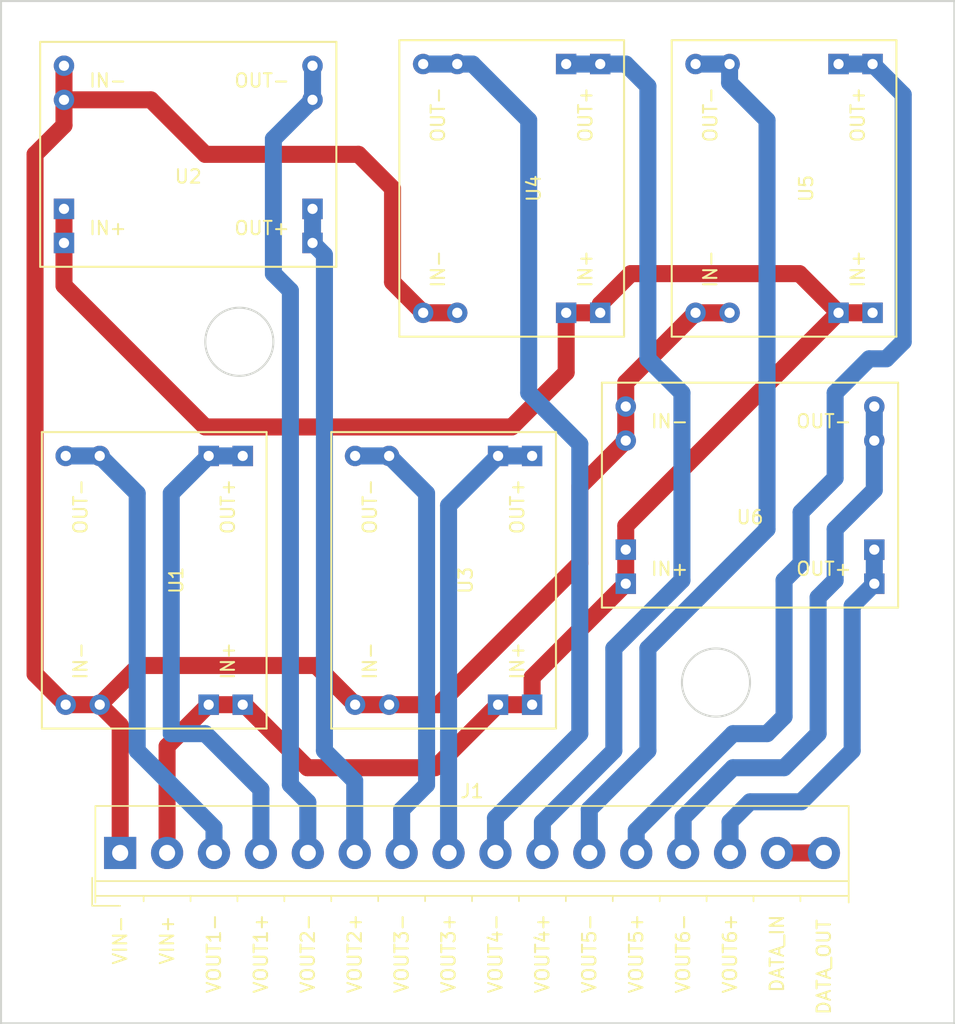
<source format=kicad_pcb>
(kicad_pcb (version 4) (host pcbnew 4.0.7)

  (general
    (links 49)
    (no_connects 0)
    (area 101.524999 50.724999 172.795001 127.075001)
    (thickness 1.6)
    (drawings 6)
    (tracks 144)
    (zones 0)
    (modules 7)
    (nets 16)
  )

  (page A4)
  (layers
    (0 F.Cu signal)
    (31 B.Cu signal)
    (32 B.Adhes user)
    (33 F.Adhes user)
    (34 B.Paste user)
    (35 F.Paste user)
    (36 B.SilkS user)
    (37 F.SilkS user)
    (38 B.Mask user)
    (39 F.Mask user)
    (40 Dwgs.User user)
    (41 Cmts.User user)
    (42 Eco1.User user)
    (43 Eco2.User user)
    (44 Edge.Cuts user)
    (45 Margin user)
    (46 B.CrtYd user)
    (47 F.CrtYd user)
    (48 B.Fab user)
    (49 F.Fab user)
  )

  (setup
    (last_trace_width 1.27)
    (trace_clearance 0.254)
    (zone_clearance 0.508)
    (zone_45_only no)
    (trace_min 0.2)
    (segment_width 0.2)
    (edge_width 0.15)
    (via_size 0.6)
    (via_drill 0.4)
    (via_min_size 0.4)
    (via_min_drill 0.3)
    (uvia_size 0.3)
    (uvia_drill 0.1)
    (uvias_allowed no)
    (uvia_min_size 0.2)
    (uvia_min_drill 0.1)
    (pcb_text_width 0.3)
    (pcb_text_size 1.5 1.5)
    (mod_edge_width 0.15)
    (mod_text_size 1 1)
    (mod_text_width 0.15)
    (pad_size 1.524 1.524)
    (pad_drill 0.762)
    (pad_to_mask_clearance 0.2)
    (aux_axis_origin 0 0)
    (grid_origin 102.87 109.22)
    (visible_elements FFFFFF7F)
    (pcbplotparams
      (layerselection 0x010e0_80000001)
      (usegerberextensions false)
      (excludeedgelayer true)
      (linewidth 0.100000)
      (plotframeref false)
      (viasonmask false)
      (mode 1)
      (useauxorigin false)
      (hpglpennumber 1)
      (hpglpenspeed 20)
      (hpglpendiameter 15)
      (hpglpenoverlay 2)
      (psnegative false)
      (psa4output false)
      (plotreference true)
      (plotvalue true)
      (plotinvisibletext false)
      (padsonsilk false)
      (subtractmaskfromsilk false)
      (outputformat 1)
      (mirror false)
      (drillshape 0)
      (scaleselection 1)
      (outputdirectory ""))
  )

  (net 0 "")
  (net 1 "Net-(J1-Pad1)")
  (net 2 "Net-(J1-Pad2)")
  (net 3 "Net-(J1-Pad3)")
  (net 4 "Net-(J1-Pad4)")
  (net 5 "Net-(J1-Pad5)")
  (net 6 "Net-(J1-Pad6)")
  (net 7 "Net-(J1-Pad7)")
  (net 8 "Net-(J1-Pad8)")
  (net 9 "Net-(J1-Pad9)")
  (net 10 "Net-(J1-Pad10)")
  (net 11 "Net-(J1-Pad11)")
  (net 12 "Net-(J1-Pad12)")
  (net 13 "Net-(J1-Pad13)")
  (net 14 "Net-(J1-Pad14)")
  (net 15 "Net-(J1-Pad15)")

  (net_class Default "This is the default net class."
    (clearance 0.254)
    (trace_width 1.27)
    (via_dia 0.6)
    (via_drill 0.4)
    (uvia_dia 0.3)
    (uvia_drill 0.1)
    (add_net "Net-(J1-Pad1)")
    (add_net "Net-(J1-Pad10)")
    (add_net "Net-(J1-Pad11)")
    (add_net "Net-(J1-Pad12)")
    (add_net "Net-(J1-Pad13)")
    (add_net "Net-(J1-Pad14)")
    (add_net "Net-(J1-Pad15)")
    (add_net "Net-(J1-Pad2)")
    (add_net "Net-(J1-Pad3)")
    (add_net "Net-(J1-Pad4)")
    (add_net "Net-(J1-Pad5)")
    (add_net "Net-(J1-Pad6)")
    (add_net "Net-(J1-Pad7)")
    (add_net "Net-(J1-Pad8)")
    (add_net "Net-(J1-Pad9)")
  )

  (module footprints:TerminalBlock_4UCON_19963_16x3.5mm_Straight_MOD (layer F.Cu) (tedit 59CFF477) (tstamp 59D001C1)
    (at 110.49 114.3)
    (descr "16-way 3.5mm pitch terminal block, https://cdn-shop.adafruit.com/datasheets/19963.pdf")
    (tags "screw terminal block")
    (path /59CFBC18)
    (fp_text reference J1 (at 26.25 -4.6) (layer F.SilkS)
      (effects (font (size 1 1) (thickness 0.15)))
    )
    (fp_text value Screw_Terminal_01x16 (at 24.5 -7) (layer F.Fab)
      (effects (font (size 1 1) (thickness 0.15)))
    )
    (fp_text user VOUT5+ (at 38.5 7.5 90) (layer F.SilkS)
      (effects (font (size 1 1) (thickness 0.15)))
    )
    (fp_text user VOUT5- (at 35 7.5 90) (layer F.SilkS)
      (effects (font (size 1 1) (thickness 0.15)))
    )
    (fp_text user VOUT6- (at 42 7.5 90) (layer F.SilkS)
      (effects (font (size 1 1) (thickness 0.15)))
    )
    (fp_text user VOUT6+ (at 45.5 7.5 90) (layer F.SilkS)
      (effects (font (size 1 1) (thickness 0.15)))
    )
    (fp_text user DATA_IN (at 49 7.5 90) (layer F.SilkS)
      (effects (font (size 1 1) (thickness 0.15)))
    )
    (fp_text user DATA_OUT (at 52.5 8.5 90) (layer F.SilkS)
      (effects (font (size 1 1) (thickness 0.15)))
    )
    (fp_text user VOUT3+ (at 24.5 7.5 90) (layer F.SilkS)
      (effects (font (size 1 1) (thickness 0.15)))
    )
    (fp_text user VOUT3- (at 21 7.5 90) (layer F.SilkS)
      (effects (font (size 1 1) (thickness 0.15)))
    )
    (fp_text user VOUT4- (at 28 7.5 90) (layer F.SilkS)
      (effects (font (size 1 1) (thickness 0.15)))
    )
    (fp_text user VOUT4+ (at 31.5 7.5 90) (layer F.SilkS)
      (effects (font (size 1 1) (thickness 0.15)))
    )
    (fp_text user VOUT2+ (at 17.5 7.5 90) (layer F.SilkS)
      (effects (font (size 1 1) (thickness 0.15)))
    )
    (fp_text user VOUT2- (at 14 7.5 90) (layer F.SilkS)
      (effects (font (size 1 1) (thickness 0.15)))
    )
    (fp_text user VOUT1- (at 7 7.5 90) (layer F.SilkS)
      (effects (font (size 1 1) (thickness 0.15)))
    )
    (fp_text user VOUT1+ (at 10.5 7.5 90) (layer F.SilkS)
      (effects (font (size 1 1) (thickness 0.15)))
    )
    (fp_text user VIN+ (at 3.5 6.5 90) (layer F.SilkS)
      (effects (font (size 1 1) (thickness 0.15)))
    )
    (fp_text user VIN- (at 0 6.5 90) (layer F.SilkS)
      (effects (font (size 1 1) (thickness 0.15)))
    )
    (fp_line (start -2.25 -3.9) (end -2.25 4.1) (layer F.CrtYd) (width 0.05))
    (fp_line (start -2.25 4.1) (end 54.75 4.1) (layer F.CrtYd) (width 0.05))
    (fp_line (start 54.75 4.1) (end 54.75 -3.9) (layer F.CrtYd) (width 0.05))
    (fp_line (start 54.75 -3.9) (end -2.25 -3.9) (layer F.CrtYd) (width 0.05))
    (fp_line (start -1.75 2.1) (end 54.25 2.1) (layer F.Fab) (width 0.1))
    (fp_line (start -1.75 3.2) (end 54.25 3.2) (layer F.Fab) (width 0.1))
    (fp_line (start -1.75 3.6) (end -1.75 -3.4) (layer F.Fab) (width 0.1))
    (fp_line (start -1.75 -3.4) (end 54.25 -3.4) (layer F.Fab) (width 0.1))
    (fp_line (start 54.25 -3.4) (end 54.25 3.6) (layer F.Fab) (width 0.1))
    (fp_line (start 1.75 3.2) (end 1.75 3.6) (layer F.Fab) (width 0.1))
    (fp_line (start 5.25 3.2) (end 5.25 3.6) (layer F.Fab) (width 0.1))
    (fp_line (start 8.75 3.2) (end 8.75 3.6) (layer F.Fab) (width 0.1))
    (fp_line (start 12.25 3.2) (end 12.25 3.6) (layer F.Fab) (width 0.1))
    (fp_line (start 15.75 3.2) (end 15.75 3.6) (layer F.Fab) (width 0.1))
    (fp_line (start 19.25 3.2) (end 19.25 3.6) (layer F.Fab) (width 0.1))
    (fp_line (start 22.75 3.2) (end 22.75 3.6) (layer F.Fab) (width 0.1))
    (fp_line (start 26.25 3.2) (end 26.25 3.6) (layer F.Fab) (width 0.1))
    (fp_line (start 29.75 3.2) (end 29.75 3.6) (layer F.Fab) (width 0.1))
    (fp_line (start 33.25 3.2) (end 33.25 3.6) (layer F.Fab) (width 0.1))
    (fp_line (start 36.75 3.2) (end 36.75 3.6) (layer F.Fab) (width 0.1))
    (fp_line (start 40.25 3.2) (end 40.25 3.6) (layer F.Fab) (width 0.1))
    (fp_line (start 43.75 3.2) (end 43.75 3.6) (layer F.Fab) (width 0.1))
    (fp_line (start 47.25 3.2) (end 47.25 3.6) (layer F.Fab) (width 0.1))
    (fp_line (start 50.75 3.2) (end 50.75 3.6) (layer F.Fab) (width 0.1))
    (fp_line (start -2.09 1.85) (end -2.09 3.94) (layer F.Fab) (width 0.1))
    (fp_line (start -2.09 3.94) (end 0 3.94) (layer F.Fab) (width 0.1))
    (fp_line (start -1.85 2.1) (end 54.35 2.1) (layer F.SilkS) (width 0.12))
    (fp_line (start -1.85 3.2) (end 54.35 3.2) (layer F.SilkS) (width 0.12))
    (fp_line (start -1.85 3.7) (end -1.85 -3.5) (layer F.SilkS) (width 0.12))
    (fp_line (start -1.85 -3.5) (end 54.35 -3.5) (layer F.SilkS) (width 0.12))
    (fp_line (start 54.35 -3.5) (end 54.35 3.7) (layer F.SilkS) (width 0.12))
    (fp_line (start 1.75 3.2) (end 1.75 3.6) (layer F.SilkS) (width 0.12))
    (fp_line (start 5.25 3.2) (end 5.25 3.6) (layer F.SilkS) (width 0.12))
    (fp_line (start 8.75 3.2) (end 8.75 3.6) (layer F.SilkS) (width 0.12))
    (fp_line (start 12.25 3.2) (end 12.25 3.6) (layer F.SilkS) (width 0.12))
    (fp_line (start 15.75 3.2) (end 15.75 3.6) (layer F.SilkS) (width 0.12))
    (fp_line (start 19.25 3.2) (end 19.25 3.6) (layer F.SilkS) (width 0.12))
    (fp_line (start 22.75 3.2) (end 22.75 3.6) (layer F.SilkS) (width 0.12))
    (fp_line (start 26.25 3.2) (end 26.25 3.6) (layer F.SilkS) (width 0.12))
    (fp_line (start 29.75 3.2) (end 29.75 3.6) (layer F.SilkS) (width 0.12))
    (fp_line (start 33.25 3.2) (end 33.25 3.6) (layer F.SilkS) (width 0.12))
    (fp_line (start 36.75 3.2) (end 36.75 3.6) (layer F.SilkS) (width 0.12))
    (fp_line (start 40.25 3.2) (end 40.25 3.6) (layer F.SilkS) (width 0.12))
    (fp_line (start 43.75 3.2) (end 43.75 3.6) (layer F.SilkS) (width 0.12))
    (fp_line (start 47.25 3.2) (end 47.25 3.6) (layer F.SilkS) (width 0.12))
    (fp_line (start 50.75 3.2) (end 50.75 3.6) (layer F.SilkS) (width 0.12))
    (fp_line (start -2.09 1.85) (end -2.09 3.94) (layer F.SilkS) (width 0.12))
    (fp_line (start -2.09 3.94) (end 0 3.94) (layer F.SilkS) (width 0.12))
    (fp_text user %R (at 26.25 0.1) (layer F.Fab)
      (effects (font (size 1 1) (thickness 0.15)))
    )
    (pad 1 thru_hole rect (at 0 0) (size 2.4 2.4) (drill 1.2) (layers *.Cu *.Mask)
      (net 1 "Net-(J1-Pad1)"))
    (pad 2 thru_hole circle (at 3.5 0) (size 2.4 2.4) (drill 1.2) (layers *.Cu *.Mask)
      (net 2 "Net-(J1-Pad2)"))
    (pad 3 thru_hole circle (at 7 0) (size 2.4 2.4) (drill 1.2) (layers *.Cu *.Mask)
      (net 3 "Net-(J1-Pad3)"))
    (pad 4 thru_hole circle (at 10.5 0) (size 2.4 2.4) (drill 1.2) (layers *.Cu *.Mask)
      (net 4 "Net-(J1-Pad4)"))
    (pad 5 thru_hole circle (at 14 0) (size 2.4 2.4) (drill 1.2) (layers *.Cu *.Mask)
      (net 5 "Net-(J1-Pad5)"))
    (pad 6 thru_hole circle (at 17.5 0) (size 2.4 2.4) (drill 1.2) (layers *.Cu *.Mask)
      (net 6 "Net-(J1-Pad6)"))
    (pad 7 thru_hole circle (at 21 0) (size 2.4 2.4) (drill 1.2) (layers *.Cu *.Mask)
      (net 7 "Net-(J1-Pad7)"))
    (pad 8 thru_hole circle (at 24.5 0) (size 2.4 2.4) (drill 1.2) (layers *.Cu *.Mask)
      (net 8 "Net-(J1-Pad8)"))
    (pad 9 thru_hole circle (at 28 0) (size 2.4 2.4) (drill 1.2) (layers *.Cu *.Mask)
      (net 9 "Net-(J1-Pad9)"))
    (pad 10 thru_hole circle (at 31.5 0) (size 2.4 2.4) (drill 1.2) (layers *.Cu *.Mask)
      (net 10 "Net-(J1-Pad10)"))
    (pad 11 thru_hole circle (at 35 0) (size 2.4 2.4) (drill 1.2) (layers *.Cu *.Mask)
      (net 11 "Net-(J1-Pad11)"))
    (pad 12 thru_hole circle (at 38.5 0) (size 2.4 2.4) (drill 1.2) (layers *.Cu *.Mask)
      (net 12 "Net-(J1-Pad12)"))
    (pad 13 thru_hole circle (at 42 0) (size 2.4 2.4) (drill 1.2) (layers *.Cu *.Mask)
      (net 13 "Net-(J1-Pad13)"))
    (pad 14 thru_hole circle (at 45.5 0) (size 2.4 2.4) (drill 1.2) (layers *.Cu *.Mask)
      (net 14 "Net-(J1-Pad14)"))
    (pad 15 thru_hole circle (at 49 0) (size 2.4 2.4) (drill 1.2) (layers *.Cu *.Mask)
      (net 15 "Net-(J1-Pad15)"))
    (pad 16 thru_hole circle (at 52.5 0) (size 2.4 2.4) (drill 1.2) (layers *.Cu *.Mask)
      (net 15 "Net-(J1-Pad15)"))
    (model ${KISYS3DMOD}/Connectors_Terminal_Blocks.3dshapes/TerminalBlock_4UCON_19963_16x3.5mm_Straight.wrl
      (at (xyz 0 0 0))
      (scale (xyz 1 1 1))
      (rotate (xyz 0 0 0))
    )
  )

  (module footprints:MP1584EN_TEXT (layer F.Cu) (tedit 59CFFF9D) (tstamp 59D00C42)
    (at 113.03 93.98 90)
    (path /59CFA2A0)
    (fp_text reference U1 (at 0 1.651 90) (layer F.SilkS)
      (effects (font (size 1 1) (thickness 0.15)))
    )
    (fp_text value MP1584EN (at 0 -1.27 90) (layer F.Fab)
      (effects (font (size 1 1) (thickness 0.15)))
    )
    (fp_text user OUT+ (at 5.5 5.5 90) (layer F.SilkS)
      (effects (font (size 1 1) (thickness 0.15)))
    )
    (fp_text user OUT- (at 5.5 -5.5 90) (layer F.SilkS)
      (effects (font (size 1 1) (thickness 0.15)))
    )
    (fp_text user IN- (at -6 -5.5 90) (layer F.SilkS)
      (effects (font (size 1 1) (thickness 0.15)))
    )
    (fp_text user IN+ (at -6 5.5 90) (layer F.SilkS)
      (effects (font (size 1 1) (thickness 0.15)))
    )
    (fp_line (start 11.049 -8.382) (end 11.049 8.382) (layer F.SilkS) (width 0.15))
    (fp_line (start 11.049 8.382) (end -11.049 8.382) (layer F.SilkS) (width 0.15))
    (fp_line (start -11.049 8.382) (end -11.049 -8.382) (layer F.SilkS) (width 0.15))
    (fp_line (start -11.049 -8.382) (end 11.049 -8.382) (layer F.SilkS) (width 0.15))
    (pad 4 thru_hole circle (at 9.271 -6.604 90) (size 1.524 1.524) (drill 0.762) (layers *.Cu *.Mask)
      (net 3 "Net-(J1-Pad3)"))
    (pad 4 thru_hole circle (at 9.271 -4.064 90) (size 1.524 1.524) (drill 0.762) (layers *.Cu *.Mask)
      (net 3 "Net-(J1-Pad3)"))
    (pad 3 thru_hole rect (at 9.271 6.604 90) (size 1.524 1.524) (drill 0.762) (layers *.Cu *.Mask)
      (net 4 "Net-(J1-Pad4)"))
    (pad 3 thru_hole rect (at 9.271 4.064 90) (size 1.524 1.524) (drill 0.762) (layers *.Cu *.Mask)
      (net 4 "Net-(J1-Pad4)"))
    (pad 1 thru_hole rect (at -9.271 6.604 90) (size 1.524 1.524) (drill 0.762) (layers *.Cu *.Mask)
      (net 2 "Net-(J1-Pad2)"))
    (pad 1 thru_hole rect (at -9.271 4.064 90) (size 1.524 1.524) (drill 0.762) (layers *.Cu *.Mask)
      (net 2 "Net-(J1-Pad2)"))
    (pad 2 thru_hole circle (at -9.271 -4.064 90) (size 1.524 1.524) (drill 0.762) (layers *.Cu *.Mask)
      (net 1 "Net-(J1-Pad1)"))
    (pad 2 thru_hole circle (at -9.271 -6.604 90) (size 1.524 1.524) (drill 0.762) (layers *.Cu *.Mask)
      (net 1 "Net-(J1-Pad1)"))
  )

  (module footprints:MP1584EN_TEXT (layer F.Cu) (tedit 59CFFF9D) (tstamp 59D00C55)
    (at 115.57 62.23)
    (path /59CFA40A)
    (fp_text reference U2 (at 0 1.651) (layer F.SilkS)
      (effects (font (size 1 1) (thickness 0.15)))
    )
    (fp_text value MP1584EN (at 0 -1.27) (layer F.Fab)
      (effects (font (size 1 1) (thickness 0.15)))
    )
    (fp_text user OUT+ (at 5.5 5.5) (layer F.SilkS)
      (effects (font (size 1 1) (thickness 0.15)))
    )
    (fp_text user OUT- (at 5.5 -5.5) (layer F.SilkS)
      (effects (font (size 1 1) (thickness 0.15)))
    )
    (fp_text user IN- (at -6 -5.5) (layer F.SilkS)
      (effects (font (size 1 1) (thickness 0.15)))
    )
    (fp_text user IN+ (at -6 5.5) (layer F.SilkS)
      (effects (font (size 1 1) (thickness 0.15)))
    )
    (fp_line (start 11.049 -8.382) (end 11.049 8.382) (layer F.SilkS) (width 0.15))
    (fp_line (start 11.049 8.382) (end -11.049 8.382) (layer F.SilkS) (width 0.15))
    (fp_line (start -11.049 8.382) (end -11.049 -8.382) (layer F.SilkS) (width 0.15))
    (fp_line (start -11.049 -8.382) (end 11.049 -8.382) (layer F.SilkS) (width 0.15))
    (pad 4 thru_hole circle (at 9.271 -6.604) (size 1.524 1.524) (drill 0.762) (layers *.Cu *.Mask)
      (net 5 "Net-(J1-Pad5)"))
    (pad 4 thru_hole circle (at 9.271 -4.064) (size 1.524 1.524) (drill 0.762) (layers *.Cu *.Mask)
      (net 5 "Net-(J1-Pad5)"))
    (pad 3 thru_hole rect (at 9.271 6.604) (size 1.524 1.524) (drill 0.762) (layers *.Cu *.Mask)
      (net 6 "Net-(J1-Pad6)"))
    (pad 3 thru_hole rect (at 9.271 4.064) (size 1.524 1.524) (drill 0.762) (layers *.Cu *.Mask)
      (net 6 "Net-(J1-Pad6)"))
    (pad 1 thru_hole rect (at -9.271 6.604) (size 1.524 1.524) (drill 0.762) (layers *.Cu *.Mask)
      (net 2 "Net-(J1-Pad2)"))
    (pad 1 thru_hole rect (at -9.271 4.064) (size 1.524 1.524) (drill 0.762) (layers *.Cu *.Mask)
      (net 2 "Net-(J1-Pad2)"))
    (pad 2 thru_hole circle (at -9.271 -4.064) (size 1.524 1.524) (drill 0.762) (layers *.Cu *.Mask)
      (net 1 "Net-(J1-Pad1)"))
    (pad 2 thru_hole circle (at -9.271 -6.604) (size 1.524 1.524) (drill 0.762) (layers *.Cu *.Mask)
      (net 1 "Net-(J1-Pad1)"))
  )

  (module footprints:MP1584EN_TEXT (layer F.Cu) (tedit 59CFFF9D) (tstamp 59D00C68)
    (at 134.62 93.98 90)
    (path /59CFA461)
    (fp_text reference U3 (at 0 1.651 90) (layer F.SilkS)
      (effects (font (size 1 1) (thickness 0.15)))
    )
    (fp_text value MP1584EN (at 0 -1.27 90) (layer F.Fab)
      (effects (font (size 1 1) (thickness 0.15)))
    )
    (fp_text user OUT+ (at 5.5 5.5 90) (layer F.SilkS)
      (effects (font (size 1 1) (thickness 0.15)))
    )
    (fp_text user OUT- (at 5.5 -5.5 90) (layer F.SilkS)
      (effects (font (size 1 1) (thickness 0.15)))
    )
    (fp_text user IN- (at -6 -5.5 90) (layer F.SilkS)
      (effects (font (size 1 1) (thickness 0.15)))
    )
    (fp_text user IN+ (at -6 5.5 90) (layer F.SilkS)
      (effects (font (size 1 1) (thickness 0.15)))
    )
    (fp_line (start 11.049 -8.382) (end 11.049 8.382) (layer F.SilkS) (width 0.15))
    (fp_line (start 11.049 8.382) (end -11.049 8.382) (layer F.SilkS) (width 0.15))
    (fp_line (start -11.049 8.382) (end -11.049 -8.382) (layer F.SilkS) (width 0.15))
    (fp_line (start -11.049 -8.382) (end 11.049 -8.382) (layer F.SilkS) (width 0.15))
    (pad 4 thru_hole circle (at 9.271 -6.604 90) (size 1.524 1.524) (drill 0.762) (layers *.Cu *.Mask)
      (net 7 "Net-(J1-Pad7)"))
    (pad 4 thru_hole circle (at 9.271 -4.064 90) (size 1.524 1.524) (drill 0.762) (layers *.Cu *.Mask)
      (net 7 "Net-(J1-Pad7)"))
    (pad 3 thru_hole rect (at 9.271 6.604 90) (size 1.524 1.524) (drill 0.762) (layers *.Cu *.Mask)
      (net 8 "Net-(J1-Pad8)"))
    (pad 3 thru_hole rect (at 9.271 4.064 90) (size 1.524 1.524) (drill 0.762) (layers *.Cu *.Mask)
      (net 8 "Net-(J1-Pad8)"))
    (pad 1 thru_hole rect (at -9.271 6.604 90) (size 1.524 1.524) (drill 0.762) (layers *.Cu *.Mask)
      (net 2 "Net-(J1-Pad2)"))
    (pad 1 thru_hole rect (at -9.271 4.064 90) (size 1.524 1.524) (drill 0.762) (layers *.Cu *.Mask)
      (net 2 "Net-(J1-Pad2)"))
    (pad 2 thru_hole circle (at -9.271 -4.064 90) (size 1.524 1.524) (drill 0.762) (layers *.Cu *.Mask)
      (net 1 "Net-(J1-Pad1)"))
    (pad 2 thru_hole circle (at -9.271 -6.604 90) (size 1.524 1.524) (drill 0.762) (layers *.Cu *.Mask)
      (net 1 "Net-(J1-Pad1)"))
  )

  (module footprints:MP1584EN_TEXT (layer F.Cu) (tedit 59CFFF9D) (tstamp 59D00C7B)
    (at 139.7 64.77 90)
    (path /59CFA4CA)
    (fp_text reference U4 (at 0 1.651 90) (layer F.SilkS)
      (effects (font (size 1 1) (thickness 0.15)))
    )
    (fp_text value MP1584EN (at 0 -1.27 90) (layer F.Fab)
      (effects (font (size 1 1) (thickness 0.15)))
    )
    (fp_text user OUT+ (at 5.5 5.5 90) (layer F.SilkS)
      (effects (font (size 1 1) (thickness 0.15)))
    )
    (fp_text user OUT- (at 5.5 -5.5 90) (layer F.SilkS)
      (effects (font (size 1 1) (thickness 0.15)))
    )
    (fp_text user IN- (at -6 -5.5 90) (layer F.SilkS)
      (effects (font (size 1 1) (thickness 0.15)))
    )
    (fp_text user IN+ (at -6 5.5 90) (layer F.SilkS)
      (effects (font (size 1 1) (thickness 0.15)))
    )
    (fp_line (start 11.049 -8.382) (end 11.049 8.382) (layer F.SilkS) (width 0.15))
    (fp_line (start 11.049 8.382) (end -11.049 8.382) (layer F.SilkS) (width 0.15))
    (fp_line (start -11.049 8.382) (end -11.049 -8.382) (layer F.SilkS) (width 0.15))
    (fp_line (start -11.049 -8.382) (end 11.049 -8.382) (layer F.SilkS) (width 0.15))
    (pad 4 thru_hole circle (at 9.271 -6.604 90) (size 1.524 1.524) (drill 0.762) (layers *.Cu *.Mask)
      (net 9 "Net-(J1-Pad9)"))
    (pad 4 thru_hole circle (at 9.271 -4.064 90) (size 1.524 1.524) (drill 0.762) (layers *.Cu *.Mask)
      (net 9 "Net-(J1-Pad9)"))
    (pad 3 thru_hole rect (at 9.271 6.604 90) (size 1.524 1.524) (drill 0.762) (layers *.Cu *.Mask)
      (net 10 "Net-(J1-Pad10)"))
    (pad 3 thru_hole rect (at 9.271 4.064 90) (size 1.524 1.524) (drill 0.762) (layers *.Cu *.Mask)
      (net 10 "Net-(J1-Pad10)"))
    (pad 1 thru_hole rect (at -9.271 6.604 90) (size 1.524 1.524) (drill 0.762) (layers *.Cu *.Mask)
      (net 2 "Net-(J1-Pad2)"))
    (pad 1 thru_hole rect (at -9.271 4.064 90) (size 1.524 1.524) (drill 0.762) (layers *.Cu *.Mask)
      (net 2 "Net-(J1-Pad2)"))
    (pad 2 thru_hole circle (at -9.271 -4.064 90) (size 1.524 1.524) (drill 0.762) (layers *.Cu *.Mask)
      (net 1 "Net-(J1-Pad1)"))
    (pad 2 thru_hole circle (at -9.271 -6.604 90) (size 1.524 1.524) (drill 0.762) (layers *.Cu *.Mask)
      (net 1 "Net-(J1-Pad1)"))
  )

  (module footprints:MP1584EN_TEXT (layer F.Cu) (tedit 59CFFF9D) (tstamp 59D00C8E)
    (at 160.02 64.77 90)
    (path /59CFA555)
    (fp_text reference U5 (at 0 1.651 90) (layer F.SilkS)
      (effects (font (size 1 1) (thickness 0.15)))
    )
    (fp_text value MP1584EN (at 0 -1.27 90) (layer F.Fab)
      (effects (font (size 1 1) (thickness 0.15)))
    )
    (fp_text user OUT+ (at 5.5 5.5 90) (layer F.SilkS)
      (effects (font (size 1 1) (thickness 0.15)))
    )
    (fp_text user OUT- (at 5.5 -5.5 90) (layer F.SilkS)
      (effects (font (size 1 1) (thickness 0.15)))
    )
    (fp_text user IN- (at -6 -5.5 90) (layer F.SilkS)
      (effects (font (size 1 1) (thickness 0.15)))
    )
    (fp_text user IN+ (at -6 5.5 90) (layer F.SilkS)
      (effects (font (size 1 1) (thickness 0.15)))
    )
    (fp_line (start 11.049 -8.382) (end 11.049 8.382) (layer F.SilkS) (width 0.15))
    (fp_line (start 11.049 8.382) (end -11.049 8.382) (layer F.SilkS) (width 0.15))
    (fp_line (start -11.049 8.382) (end -11.049 -8.382) (layer F.SilkS) (width 0.15))
    (fp_line (start -11.049 -8.382) (end 11.049 -8.382) (layer F.SilkS) (width 0.15))
    (pad 4 thru_hole circle (at 9.271 -6.604 90) (size 1.524 1.524) (drill 0.762) (layers *.Cu *.Mask)
      (net 11 "Net-(J1-Pad11)"))
    (pad 4 thru_hole circle (at 9.271 -4.064 90) (size 1.524 1.524) (drill 0.762) (layers *.Cu *.Mask)
      (net 11 "Net-(J1-Pad11)"))
    (pad 3 thru_hole rect (at 9.271 6.604 90) (size 1.524 1.524) (drill 0.762) (layers *.Cu *.Mask)
      (net 12 "Net-(J1-Pad12)"))
    (pad 3 thru_hole rect (at 9.271 4.064 90) (size 1.524 1.524) (drill 0.762) (layers *.Cu *.Mask)
      (net 12 "Net-(J1-Pad12)"))
    (pad 1 thru_hole rect (at -9.271 6.604 90) (size 1.524 1.524) (drill 0.762) (layers *.Cu *.Mask)
      (net 2 "Net-(J1-Pad2)"))
    (pad 1 thru_hole rect (at -9.271 4.064 90) (size 1.524 1.524) (drill 0.762) (layers *.Cu *.Mask)
      (net 2 "Net-(J1-Pad2)"))
    (pad 2 thru_hole circle (at -9.271 -4.064 90) (size 1.524 1.524) (drill 0.762) (layers *.Cu *.Mask)
      (net 1 "Net-(J1-Pad1)"))
    (pad 2 thru_hole circle (at -9.271 -6.604 90) (size 1.524 1.524) (drill 0.762) (layers *.Cu *.Mask)
      (net 1 "Net-(J1-Pad1)"))
  )

  (module footprints:MP1584EN_TEXT (layer F.Cu) (tedit 59CFFF9D) (tstamp 59D00CA1)
    (at 157.48 87.63)
    (path /59CFA5CC)
    (fp_text reference U6 (at 0 1.651) (layer F.SilkS)
      (effects (font (size 1 1) (thickness 0.15)))
    )
    (fp_text value MP1584EN (at 0 -1.27) (layer F.Fab)
      (effects (font (size 1 1) (thickness 0.15)))
    )
    (fp_text user OUT+ (at 5.5 5.5) (layer F.SilkS)
      (effects (font (size 1 1) (thickness 0.15)))
    )
    (fp_text user OUT- (at 5.5 -5.5) (layer F.SilkS)
      (effects (font (size 1 1) (thickness 0.15)))
    )
    (fp_text user IN- (at -6 -5.5) (layer F.SilkS)
      (effects (font (size 1 1) (thickness 0.15)))
    )
    (fp_text user IN+ (at -6 5.5) (layer F.SilkS)
      (effects (font (size 1 1) (thickness 0.15)))
    )
    (fp_line (start 11.049 -8.382) (end 11.049 8.382) (layer F.SilkS) (width 0.15))
    (fp_line (start 11.049 8.382) (end -11.049 8.382) (layer F.SilkS) (width 0.15))
    (fp_line (start -11.049 8.382) (end -11.049 -8.382) (layer F.SilkS) (width 0.15))
    (fp_line (start -11.049 -8.382) (end 11.049 -8.382) (layer F.SilkS) (width 0.15))
    (pad 4 thru_hole circle (at 9.271 -6.604) (size 1.524 1.524) (drill 0.762) (layers *.Cu *.Mask)
      (net 13 "Net-(J1-Pad13)"))
    (pad 4 thru_hole circle (at 9.271 -4.064) (size 1.524 1.524) (drill 0.762) (layers *.Cu *.Mask)
      (net 13 "Net-(J1-Pad13)"))
    (pad 3 thru_hole rect (at 9.271 6.604) (size 1.524 1.524) (drill 0.762) (layers *.Cu *.Mask)
      (net 14 "Net-(J1-Pad14)"))
    (pad 3 thru_hole rect (at 9.271 4.064) (size 1.524 1.524) (drill 0.762) (layers *.Cu *.Mask)
      (net 14 "Net-(J1-Pad14)"))
    (pad 1 thru_hole rect (at -9.271 6.604) (size 1.524 1.524) (drill 0.762) (layers *.Cu *.Mask)
      (net 2 "Net-(J1-Pad2)"))
    (pad 1 thru_hole rect (at -9.271 4.064) (size 1.524 1.524) (drill 0.762) (layers *.Cu *.Mask)
      (net 2 "Net-(J1-Pad2)"))
    (pad 2 thru_hole circle (at -9.271 -4.064) (size 1.524 1.524) (drill 0.762) (layers *.Cu *.Mask)
      (net 1 "Net-(J1-Pad1)"))
    (pad 2 thru_hole circle (at -9.271 -6.604) (size 1.524 1.524) (drill 0.762) (layers *.Cu *.Mask)
      (net 1 "Net-(J1-Pad1)"))
  )

  (gr_line (start 101.6 127) (end 101.6 50.8) (angle 90) (layer Edge.Cuts) (width 0.15))
  (gr_line (start 172.72 127) (end 101.6 127) (angle 90) (layer Edge.Cuts) (width 0.15))
  (gr_line (start 172.72 50.8) (end 172.72 127) (angle 90) (layer Edge.Cuts) (width 0.15))
  (gr_line (start 101.6 50.8) (end 172.72 50.8) (angle 90) (layer Edge.Cuts) (width 0.15))
  (gr_circle (center 154.94 101.6) (end 154.94 104.14) (layer Edge.Cuts) (width 0.15))
  (gr_circle (center 119.38 76.2) (end 119.38 78.74) (layer Edge.Cuts) (width 0.15))

  (segment (start 128.27 62.23) (end 116.84 62.23) (width 1.27) (layer F.Cu) (net 1))
  (segment (start 130.81 64.77) (end 128.27 62.23) (width 1.27) (layer F.Cu) (net 1) (tstamp 59D0089F))
  (segment (start 130.81 71.755) (end 130.81 64.77) (width 1.27) (layer F.Cu) (net 1) (tstamp 59D0089E))
  (segment (start 133.096 74.041) (end 130.81 71.755) (width 1.27) (layer F.Cu) (net 1) (tstamp 59D0089D))
  (segment (start 112.776 58.166) (end 106.299 58.166) (width 1.27) (layer F.Cu) (net 1) (tstamp 59D008C1))
  (segment (start 116.84 62.23) (end 112.776 58.166) (width 1.27) (layer F.Cu) (net 1) (tstamp 59D008C0))
  (segment (start 106.299 58.166) (end 106.299 60.071) (width 1.27) (layer F.Cu) (net 1))
  (segment (start 106.299 60.071) (end 104.14 62.23) (width 1.27) (layer F.Cu) (net 1) (tstamp 59D008A5))
  (segment (start 104.14 62.23) (end 104.14 100.965) (width 1.27) (layer F.Cu) (net 1) (tstamp 59D008A6))
  (segment (start 104.14 100.965) (end 106.426 103.251) (width 1.27) (layer F.Cu) (net 1) (tstamp 59D008A7))
  (segment (start 135.636 74.041) (end 133.096 74.041) (width 1.27) (layer F.Cu) (net 1))
  (segment (start 106.299 58.166) (end 106.299 55.626) (width 1.27) (layer F.Cu) (net 1) (tstamp 59D008A2))
  (segment (start 148.209 81.026) (end 148.209 79.248) (width 1.27) (layer F.Cu) (net 1))
  (segment (start 148.209 79.248) (end 153.416 74.041) (width 1.27) (layer F.Cu) (net 1) (tstamp 59D00899))
  (segment (start 153.416 74.041) (end 155.956 74.041) (width 1.27) (layer F.Cu) (net 1) (tstamp 59D0089A))
  (segment (start 148.209 81.026) (end 148.209 83.566) (width 1.27) (layer F.Cu) (net 1))
  (segment (start 130.556 103.251) (end 134.239 103.251) (width 1.27) (layer F.Cu) (net 1))
  (segment (start 144.78 86.995) (end 148.209 83.566) (width 1.27) (layer F.Cu) (net 1) (tstamp 59D00894))
  (segment (start 144.78 92.71) (end 144.78 86.995) (width 1.27) (layer F.Cu) (net 1) (tstamp 59D00892))
  (segment (start 134.239 103.251) (end 144.78 92.71) (width 1.27) (layer F.Cu) (net 1) (tstamp 59D00891))
  (segment (start 130.556 103.251) (end 128.016 103.251) (width 1.27) (layer F.Cu) (net 1))
  (segment (start 128.016 103.251) (end 125.095 100.33) (width 1.27) (layer F.Cu) (net 1) (tstamp 59D0088C))
  (segment (start 125.095 100.33) (end 111.887 100.33) (width 1.27) (layer F.Cu) (net 1) (tstamp 59D0088D))
  (segment (start 111.887 100.33) (end 108.966 103.251) (width 1.27) (layer F.Cu) (net 1) (tstamp 59D0088E))
  (segment (start 106.426 103.251) (end 108.966 103.251) (width 1.27) (layer F.Cu) (net 1))
  (segment (start 108.966 103.251) (end 110.49 104.775) (width 1.27) (layer F.Cu) (net 1) (tstamp 59D00864))
  (segment (start 110.49 104.775) (end 110.49 114.3) (width 1.27) (layer F.Cu) (net 1) (tstamp 59D00865))
  (segment (start 143.764 74.041) (end 143.764 78.486) (width 1.27) (layer F.Cu) (net 2) (status 400000))
  (segment (start 106.299 72.009) (end 106.299 68.834) (width 1.27) (layer F.Cu) (net 2) (tstamp 59D00CC1) (status 800000))
  (segment (start 116.84 82.55) (end 106.299 72.009) (width 1.27) (layer F.Cu) (net 2) (tstamp 59D00CBF))
  (segment (start 139.7 82.55) (end 116.84 82.55) (width 1.27) (layer F.Cu) (net 2) (tstamp 59D00CBE))
  (segment (start 143.764 78.486) (end 139.7 82.55) (width 1.27) (layer F.Cu) (net 2) (tstamp 59D00CBD))
  (segment (start 146.304 74.041) (end 146.304 73.406) (width 1.27) (layer F.Cu) (net 2))
  (segment (start 146.304 73.406) (end 148.59 71.12) (width 1.27) (layer F.Cu) (net 2) (tstamp 59D00887))
  (segment (start 161.163 71.12) (end 164.084 74.041) (width 1.27) (layer F.Cu) (net 2) (tstamp 59D00889))
  (segment (start 148.59 71.12) (end 161.163 71.12) (width 1.27) (layer F.Cu) (net 2) (tstamp 59D00888))
  (segment (start 106.299 66.294) (end 106.299 68.834) (width 1.27) (layer F.Cu) (net 2))
  (segment (start 143.764 74.041) (end 146.304 74.041) (width 1.27) (layer F.Cu) (net 2) (tstamp 59D00884))
  (segment (start 148.209 91.694) (end 148.209 89.916) (width 1.27) (layer F.Cu) (net 2))
  (segment (start 148.209 89.916) (end 164.084 74.041) (width 1.27) (layer F.Cu) (net 2) (tstamp 59D00876))
  (segment (start 164.084 74.041) (end 166.624 74.041) (width 1.27) (layer F.Cu) (net 2) (tstamp 59D00877))
  (segment (start 141.224 103.251) (end 141.224 101.219) (width 1.27) (layer F.Cu) (net 2))
  (segment (start 141.224 101.219) (end 148.209 94.234) (width 1.27) (layer F.Cu) (net 2) (tstamp 59D00872))
  (segment (start 148.209 94.234) (end 148.209 91.694) (width 1.27) (layer F.Cu) (net 2) (tstamp 59D00873))
  (segment (start 119.634 103.251) (end 119.761 103.251) (width 1.27) (layer F.Cu) (net 2))
  (segment (start 119.761 103.251) (end 124.46 107.95) (width 1.27) (layer F.Cu) (net 2) (tstamp 59D0086C))
  (segment (start 133.985 107.95) (end 138.684 103.251) (width 1.27) (layer F.Cu) (net 2) (tstamp 59D0086E))
  (segment (start 124.46 107.95) (end 133.985 107.95) (width 1.27) (layer F.Cu) (net 2) (tstamp 59D0086D))
  (segment (start 138.684 103.251) (end 141.224 103.251) (width 1.27) (layer F.Cu) (net 2) (tstamp 59D0086F))
  (segment (start 113.99 114.3) (end 113.99 106.355) (width 1.27) (layer F.Cu) (net 2))
  (segment (start 113.99 106.355) (end 117.094 103.251) (width 1.27) (layer F.Cu) (net 2) (tstamp 59D00868))
  (segment (start 117.094 103.251) (end 119.634 103.251) (width 1.27) (layer F.Cu) (net 2) (tstamp 59D00869))
  (segment (start 106.426 84.709) (end 108.966 84.709) (width 1.27) (layer B.Cu) (net 3))
  (segment (start 108.966 84.709) (end 111.76 87.503) (width 1.27) (layer B.Cu) (net 3) (tstamp 59D0085D))
  (segment (start 111.76 87.503) (end 111.76 106.68) (width 1.27) (layer B.Cu) (net 3) (tstamp 59D0085E))
  (segment (start 111.76 106.68) (end 117.49 112.41) (width 1.27) (layer B.Cu) (net 3) (tstamp 59D0085F))
  (segment (start 117.49 112.41) (end 117.49 114.3) (width 1.27) (layer B.Cu) (net 3) (tstamp 59D00861))
  (segment (start 114.3 105.41) (end 116.84 105.41) (width 1.27) (layer B.Cu) (net 4))
  (segment (start 114.3 87.503) (end 114.3 105.41) (width 1.27) (layer B.Cu) (net 4) (tstamp 59D00856))
  (segment (start 117.094 84.709) (end 114.3 87.503) (width 1.27) (layer B.Cu) (net 4) (tstamp 59D00855))
  (segment (start 120.99 109.56) (end 120.99 114.3) (width 1.27) (layer B.Cu) (net 4) (tstamp 59D008CA))
  (segment (start 116.84 105.41) (end 120.99 109.56) (width 1.27) (layer B.Cu) (net 4) (tstamp 59D008C9))
  (segment (start 119.634 84.709) (end 117.094 84.709) (width 1.27) (layer B.Cu) (net 4))
  (segment (start 120.65 113.96) (end 120.99 114.3) (width 1.27) (layer B.Cu) (net 4) (tstamp 59D0085A))
  (segment (start 124.841 55.626) (end 124.841 58.166) (width 1.27) (layer B.Cu) (net 5))
  (segment (start 124.841 58.166) (end 121.92 61.087) (width 1.27) (layer B.Cu) (net 5) (tstamp 59D0084B))
  (segment (start 121.92 61.087) (end 121.92 71.12) (width 1.27) (layer B.Cu) (net 5) (tstamp 59D0084C))
  (segment (start 121.92 71.12) (end 123.19 72.39) (width 1.27) (layer B.Cu) (net 5) (tstamp 59D0084D))
  (segment (start 123.19 72.39) (end 123.19 109.22) (width 1.27) (layer B.Cu) (net 5) (tstamp 59D0084E))
  (segment (start 123.19 109.22) (end 124.49 110.52) (width 1.27) (layer B.Cu) (net 5) (tstamp 59D0084F))
  (segment (start 124.49 110.52) (end 124.49 114.3) (width 1.27) (layer B.Cu) (net 5) (tstamp 59D00850))
  (segment (start 127.99 114.3) (end 127.99 108.94) (width 1.27) (layer B.Cu) (net 6))
  (segment (start 125.73 69.723) (end 124.841 68.834) (width 1.27) (layer B.Cu) (net 6) (tstamp 59D00847))
  (segment (start 125.73 106.68) (end 125.73 69.723) (width 1.27) (layer B.Cu) (net 6) (tstamp 59D00846))
  (segment (start 127.99 108.94) (end 125.73 106.68) (width 1.27) (layer B.Cu) (net 6) (tstamp 59D00845))
  (segment (start 124.841 68.834) (end 124.841 66.294) (width 1.27) (layer B.Cu) (net 6) (tstamp 59D00848))
  (segment (start 128.016 84.709) (end 130.556 84.709) (width 1.27) (layer B.Cu) (net 7))
  (segment (start 130.556 84.709) (end 133.35 87.503) (width 1.27) (layer B.Cu) (net 7) (tstamp 59D0083F))
  (segment (start 133.35 87.503) (end 133.35 109.22) (width 1.27) (layer B.Cu) (net 7) (tstamp 59D00840))
  (segment (start 133.35 109.22) (end 131.49 111.08) (width 1.27) (layer B.Cu) (net 7) (tstamp 59D00841))
  (segment (start 131.49 111.08) (end 131.49 114.3) (width 1.27) (layer B.Cu) (net 7) (tstamp 59D00842))
  (segment (start 141.224 84.709) (end 138.684 84.709) (width 1.27) (layer B.Cu) (net 8))
  (segment (start 138.684 84.709) (end 134.99 88.403) (width 1.27) (layer B.Cu) (net 8) (tstamp 59D0083B))
  (segment (start 134.99 88.403) (end 134.99 114.3) (width 1.27) (layer B.Cu) (net 8) (tstamp 59D0083C))
  (segment (start 135.636 55.499) (end 136.779 55.499) (width 1.27) (layer B.Cu) (net 9))
  (segment (start 138.49 111.7) (end 138.49 114.3) (width 1.27) (layer B.Cu) (net 9) (tstamp 59D00838))
  (segment (start 144.78 105.41) (end 138.49 111.7) (width 1.27) (layer B.Cu) (net 9) (tstamp 59D00836))
  (segment (start 144.78 83.82) (end 144.78 105.41) (width 1.27) (layer B.Cu) (net 9) (tstamp 59D00835))
  (segment (start 140.97 80.01) (end 144.78 83.82) (width 1.27) (layer B.Cu) (net 9) (tstamp 59D00834))
  (segment (start 140.97 59.69) (end 140.97 80.01) (width 1.27) (layer B.Cu) (net 9) (tstamp 59D00833))
  (segment (start 136.779 55.499) (end 140.97 59.69) (width 1.27) (layer B.Cu) (net 9) (tstamp 59D00832))
  (segment (start 133.096 55.499) (end 135.636 55.499) (width 1.27) (layer B.Cu) (net 9))
  (segment (start 146.304 55.499) (end 148.209 55.499) (width 1.27) (layer B.Cu) (net 10))
  (segment (start 141.99 112.01) (end 141.99 114.3) (width 1.27) (layer B.Cu) (net 10) (tstamp 59D0082F))
  (segment (start 147.32 106.68) (end 141.99 112.01) (width 1.27) (layer B.Cu) (net 10) (tstamp 59D0082E))
  (segment (start 147.32 99.06) (end 147.32 106.68) (width 1.27) (layer B.Cu) (net 10) (tstamp 59D0082C))
  (segment (start 152.4 93.98) (end 147.32 99.06) (width 1.27) (layer B.Cu) (net 10) (tstamp 59D0082B))
  (segment (start 152.4 80.01) (end 152.4 93.98) (width 1.27) (layer B.Cu) (net 10) (tstamp 59D0082A))
  (segment (start 149.86 77.47) (end 152.4 80.01) (width 1.27) (layer B.Cu) (net 10) (tstamp 59D00829))
  (segment (start 149.86 57.15) (end 149.86 77.47) (width 1.27) (layer B.Cu) (net 10) (tstamp 59D00828))
  (segment (start 148.209 55.499) (end 149.86 57.15) (width 1.27) (layer B.Cu) (net 10) (tstamp 59D00827))
  (segment (start 143.764 55.499) (end 146.304 55.499) (width 1.27) (layer B.Cu) (net 10))
  (segment (start 145.49 114.3) (end 145.49 111.05) (width 1.27) (layer B.Cu) (net 11))
  (segment (start 155.956 56.896) (end 155.956 55.499) (width 1.27) (layer B.Cu) (net 11) (tstamp 59D0081D))
  (segment (start 158.75 59.69) (end 155.956 56.896) (width 1.27) (layer B.Cu) (net 11) (tstamp 59D0081C))
  (segment (start 158.75 90.17) (end 158.75 59.69) (width 1.27) (layer B.Cu) (net 11) (tstamp 59D0081A))
  (segment (start 149.86 99.06) (end 158.75 90.17) (width 1.27) (layer B.Cu) (net 11) (tstamp 59D00819))
  (segment (start 149.86 106.68) (end 149.86 99.06) (width 1.27) (layer B.Cu) (net 11) (tstamp 59D00818))
  (segment (start 145.49 111.05) (end 149.86 106.68) (width 1.27) (layer B.Cu) (net 11) (tstamp 59D00817))
  (segment (start 155.956 55.499) (end 155.956 55.626) (width 1.27) (layer B.Cu) (net 11))
  (segment (start 153.416 55.499) (end 155.956 55.499) (width 1.27) (layer B.Cu) (net 11))
  (segment (start 148.99 114.3) (end 148.99 112.63) (width 1.27) (layer B.Cu) (net 12))
  (segment (start 168.91 57.785) (end 166.624 55.499) (width 1.27) (layer B.Cu) (net 12) (tstamp 59D00804))
  (segment (start 168.91 76.2) (end 168.91 57.785) (width 1.27) (layer B.Cu) (net 12) (tstamp 59D00803))
  (segment (start 167.64 77.47) (end 168.91 76.2) (width 1.27) (layer B.Cu) (net 12) (tstamp 59D00802))
  (segment (start 166.37 77.47) (end 167.64 77.47) (width 1.27) (layer B.Cu) (net 12) (tstamp 59D00801))
  (segment (start 163.83 80.01) (end 166.37 77.47) (width 1.27) (layer B.Cu) (net 12) (tstamp 59D00800))
  (segment (start 163.83 86.36) (end 163.83 80.01) (width 1.27) (layer B.Cu) (net 12) (tstamp 59D007FF))
  (segment (start 161.29 88.9) (end 163.83 86.36) (width 1.27) (layer B.Cu) (net 12) (tstamp 59D007FE))
  (segment (start 161.29 92.71) (end 161.29 88.9) (width 1.27) (layer B.Cu) (net 12) (tstamp 59D007FD))
  (segment (start 160.02 93.98) (end 161.29 92.71) (width 1.27) (layer B.Cu) (net 12) (tstamp 59D007FC))
  (segment (start 160.02 104.14) (end 160.02 93.98) (width 1.27) (layer B.Cu) (net 12) (tstamp 59D007FB))
  (segment (start 158.75 105.41) (end 160.02 104.14) (width 1.27) (layer B.Cu) (net 12) (tstamp 59D007FA))
  (segment (start 156.21 105.41) (end 158.75 105.41) (width 1.27) (layer B.Cu) (net 12) (tstamp 59D007F9))
  (segment (start 148.99 112.63) (end 156.21 105.41) (width 1.27) (layer B.Cu) (net 12) (tstamp 59D007F8))
  (segment (start 164.084 55.499) (end 166.624 55.499) (width 1.27) (layer B.Cu) (net 12))
  (segment (start 166.751 83.566) (end 166.751 87.249) (width 1.27) (layer B.Cu) (net 13))
  (segment (start 152.49 111.67) (end 152.49 114.3) (width 1.27) (layer B.Cu) (net 13) (tstamp 59D007F4))
  (segment (start 156.21 107.95) (end 152.49 111.67) (width 1.27) (layer B.Cu) (net 13) (tstamp 59D007F3))
  (segment (start 160.02 107.95) (end 156.21 107.95) (width 1.27) (layer B.Cu) (net 13) (tstamp 59D007F2))
  (segment (start 162.56 105.41) (end 160.02 107.95) (width 1.27) (layer B.Cu) (net 13) (tstamp 59D007F1))
  (segment (start 162.56 95.25) (end 162.56 105.41) (width 1.27) (layer B.Cu) (net 13) (tstamp 59D007F0))
  (segment (start 163.83 93.98) (end 162.56 95.25) (width 1.27) (layer B.Cu) (net 13) (tstamp 59D007EF))
  (segment (start 163.83 90.17) (end 163.83 93.98) (width 1.27) (layer B.Cu) (net 13) (tstamp 59D007EE))
  (segment (start 166.751 87.249) (end 163.83 90.17) (width 1.27) (layer B.Cu) (net 13) (tstamp 59D007ED))
  (segment (start 166.751 81.026) (end 166.751 83.566) (width 1.27) (layer B.Cu) (net 13))
  (segment (start 166.751 91.694) (end 166.751 94.234) (width 1.27) (layer B.Cu) (net 14))
  (segment (start 166.751 94.234) (end 165.1 95.885) (width 1.27) (layer B.Cu) (net 14) (tstamp 59D007E5))
  (segment (start 165.1 95.885) (end 165.1 106.68) (width 1.27) (layer B.Cu) (net 14) (tstamp 59D007E6))
  (segment (start 165.1 106.68) (end 161.29 110.49) (width 1.27) (layer B.Cu) (net 14) (tstamp 59D007E7))
  (segment (start 161.29 110.49) (end 157.48 110.49) (width 1.27) (layer B.Cu) (net 14) (tstamp 59D007E8))
  (segment (start 157.48 110.49) (end 155.99 111.98) (width 1.27) (layer B.Cu) (net 14) (tstamp 59D007E9))
  (segment (start 155.99 111.98) (end 155.99 114.3) (width 1.27) (layer B.Cu) (net 14) (tstamp 59D007EA))
  (segment (start 159.49 114.3) (end 162.99 114.3) (width 1.27) (layer F.Cu) (net 15))

)

</source>
